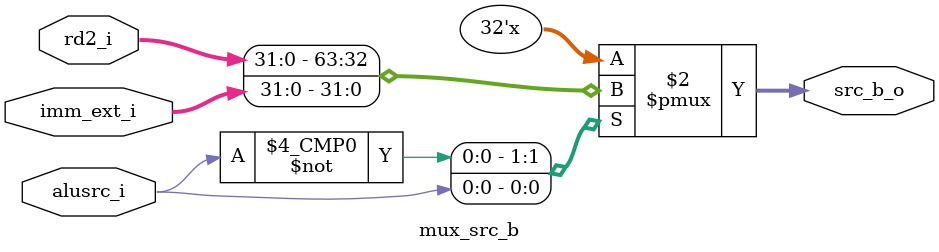
<source format=sv>
`timescale 1ns / 10ps

module mux_src_b (
  input  logic        alusrc_i,
  input  logic [31:0] rd2_i, imm_ext_i,
  output logic [31:0] src_b_o
);

always_comb begin 
  case (alusrc_i)
    1'b0: src_b_o = rd2_i;
    1'b1: src_b_o = imm_ext_i;
  endcase 
end

endmodule
</source>
